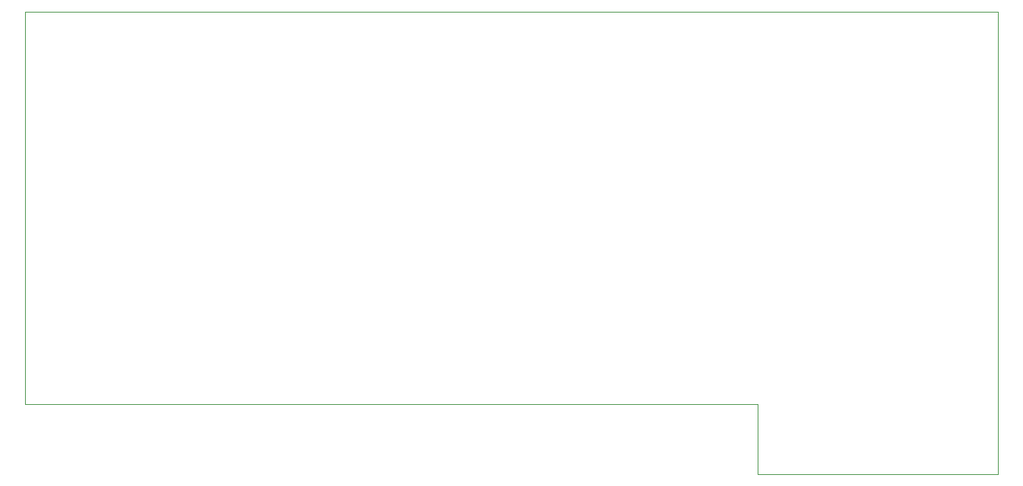
<source format=gbr>
%TF.GenerationSoftware,KiCad,Pcbnew,8.0.1*%
%TF.CreationDate,2024-04-05T18:07:18-04:00*%
%TF.ProjectId,bus1,62757331-2e6b-4696-9361-645f70636258,rev?*%
%TF.SameCoordinates,Original*%
%TF.FileFunction,Profile,NP*%
%FSLAX46Y46*%
G04 Gerber Fmt 4.6, Leading zero omitted, Abs format (unit mm)*
G04 Created by KiCad (PCBNEW 8.0.1) date 2024-04-05 18:07:18*
%MOMM*%
%LPD*%
G01*
G04 APERTURE LIST*
%TA.AperFunction,Profile*%
%ADD10C,0.100000*%
%TD*%
G04 APERTURE END LIST*
D10*
X111906250Y51750D02*
X84266250Y51750D01*
X111906250Y51750D02*
X111906250Y8093750D01*
X86250Y8093750D02*
X86250Y53093750D01*
X86250Y53093750D02*
X111906250Y53093750D01*
X84266250Y8093750D02*
X86250Y8093750D01*
X111906250Y8093750D02*
X111906250Y53093750D01*
X84266250Y51750D02*
X84266250Y8093750D01*
M02*

</source>
